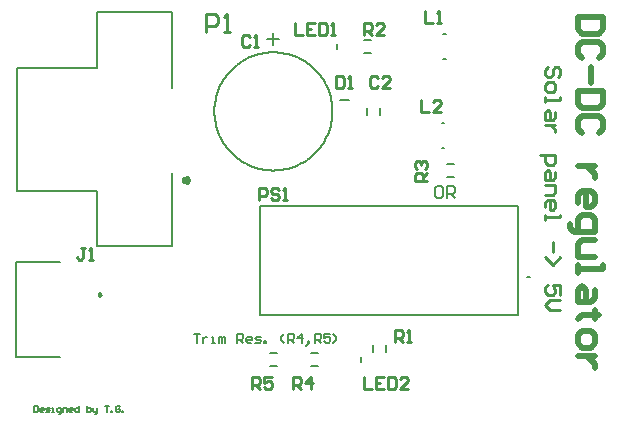
<source format=gto>
G04*
G04 #@! TF.GenerationSoftware,Altium Limited,Altium Designer,21.7.1 (17)*
G04*
G04 Layer_Color=65535*
%FSLAX25Y25*%
%MOIN*%
G70*
G04*
G04 #@! TF.SameCoordinates,6A9AB2AD-3E5E-4466-BBF7-A39550D9A4E3*
G04*
G04*
G04 #@! TF.FilePolarity,Positive*
G04*
G01*
G75*
%ADD10C,0.00787*%
%ADD11C,0.00984*%
%ADD12C,0.01575*%
%ADD13C,0.00500*%
%ADD14C,0.00591*%
%ADD15C,0.00700*%
%ADD16C,0.01000*%
%ADD17C,0.01968*%
D10*
X167717Y47244D02*
X166929D01*
X167717D01*
X101969Y102362D02*
X101943Y103359D01*
X101867Y104354D01*
X101742Y105343D01*
X101566Y106325D01*
X101340Y107296D01*
X101066Y108255D01*
X100743Y109199D01*
X100373Y110125D01*
X99957Y111031D01*
X99495Y111915D01*
X98989Y112775D01*
X98440Y113608D01*
X97850Y114411D01*
X97220Y115184D01*
X96551Y115925D01*
X95846Y116630D01*
X95106Y117298D01*
X94333Y117929D01*
X93529Y118519D01*
X92696Y119068D01*
X91837Y119574D01*
X90953Y120036D01*
X90046Y120452D01*
X89120Y120822D01*
X88176Y121144D01*
X87218Y121419D01*
X86246Y121644D01*
X85264Y121820D01*
X84275Y121946D01*
X83280Y122022D01*
X82284Y122047D01*
X81286Y122022D01*
X80292Y121946D01*
X79303Y121820D01*
X78321Y121644D01*
X77349Y121419D01*
X76390Y121144D01*
X75447Y120822D01*
X74520Y120452D01*
X73614Y120036D01*
X72730Y119574D01*
X71871Y119068D01*
X71038Y118519D01*
X70234Y117929D01*
X69461Y117298D01*
X68721Y116630D01*
X68016Y115925D01*
X67347Y115184D01*
X66717Y114411D01*
X66127Y113608D01*
X65578Y112775D01*
X65072Y111915D01*
X64610Y111031D01*
X64194Y110125D01*
X63824Y109199D01*
X63501Y108255D01*
X63227Y107296D01*
X63001Y106325D01*
X62825Y105343D01*
X62699Y104354D01*
X62624Y103359D01*
X62598Y102362D01*
X62624Y101365D01*
X62699Y100371D01*
X62825Y99381D01*
X63001Y98400D01*
X63227Y97428D01*
X63501Y96469D01*
X63824Y95525D01*
X64194Y94599D01*
X64610Y93693D01*
X65072Y92809D01*
X65578Y91949D01*
X66127Y91117D01*
X66717Y90313D01*
X67347Y89540D01*
X68016Y88800D01*
X68721Y88095D01*
X69461Y87426D01*
X70234Y86796D01*
X71038Y86205D01*
X71871Y85657D01*
X72730Y85151D01*
X73614Y84689D01*
X74521Y84272D01*
X75447Y83903D01*
X76390Y83580D01*
X77349Y83306D01*
X78321Y83080D01*
X79303Y82904D01*
X80292Y82778D01*
X81287Y82702D01*
X82284Y82677D01*
X83281Y82702D01*
X84275Y82778D01*
X85264Y82904D01*
X86246Y83080D01*
X87218Y83306D01*
X88177Y83580D01*
X89120Y83903D01*
X90046Y84272D01*
X90953Y84689D01*
X91837Y85151D01*
X92696Y85657D01*
X93529Y86206D01*
X94333Y86796D01*
X95106Y87426D01*
X95846Y88095D01*
X96551Y88800D01*
X97220Y89540D01*
X97850Y90313D01*
X98440Y91117D01*
X98989Y91950D01*
X99495Y92809D01*
X99957Y93693D01*
X100373Y94599D01*
X100743Y95526D01*
X101066Y96469D01*
X101340Y97428D01*
X101566Y98400D01*
X101742Y99381D01*
X101867Y100371D01*
X101943Y101365D01*
X101969Y102362D01*
X-3524Y52047D02*
X11319D01*
X-3524D02*
X4873D01*
X-3524Y20394D02*
Y52047D01*
Y20394D02*
X11319D01*
X23425Y57480D02*
X48425D01*
X23425Y135433D02*
X48425D01*
X23425Y57480D02*
Y75984D01*
Y116929D02*
Y135433D01*
X-3150Y75984D02*
X23425D01*
X-3150Y116929D02*
X23425D01*
X-3150Y75984D02*
Y116929D01*
X48425Y110039D02*
Y135433D01*
Y57480D02*
Y81693D01*
X138976Y119843D02*
X139764D01*
X138976Y128189D02*
X139764D01*
X138386Y90315D02*
X139173D01*
X138386Y98661D02*
X139173D01*
X136221Y76954D02*
X136887Y77621D01*
X138220D01*
X138886Y76954D01*
Y74288D01*
X138220Y73622D01*
X136887D01*
X136221Y74288D01*
Y76954D01*
X140219Y73622D02*
Y77621D01*
X142218D01*
X142885Y76954D01*
Y75621D01*
X142218Y74955D01*
X140219D01*
X141552D02*
X142885Y73622D01*
D11*
X24803Y41339D02*
X24065Y41765D01*
Y40912D01*
X24803Y41339D01*
D12*
X53937Y79528D02*
X53393Y80276D01*
X52513Y79990D01*
Y79065D01*
X53393Y78779D01*
X53937Y79528D01*
D13*
X163779Y34646D02*
Y70866D01*
X77953D02*
X163779D01*
X77953Y34646D02*
Y70866D01*
Y34646D02*
X163779D01*
X2468Y4150D02*
Y2151D01*
X3468D01*
X3801Y2484D01*
Y3817D01*
X3468Y4150D01*
X2468D01*
X5468Y2151D02*
X4801D01*
X4468Y2484D01*
Y3150D01*
X4801Y3484D01*
X5468D01*
X5801Y3150D01*
Y2817D01*
X4468D01*
X6467Y2151D02*
X7467D01*
X7800Y2484D01*
X7467Y2817D01*
X6800D01*
X6467Y3150D01*
X6800Y3484D01*
X7800D01*
X8467Y2151D02*
X9133D01*
X8800D01*
Y3484D01*
X8467D01*
X10799Y1484D02*
X11132D01*
X11466Y1818D01*
Y3484D01*
X10466D01*
X10133Y3150D01*
Y2484D01*
X10466Y2151D01*
X11466D01*
X12132D02*
Y3484D01*
X13132D01*
X13465Y3150D01*
Y2151D01*
X15131D02*
X14465D01*
X14131Y2484D01*
Y3150D01*
X14465Y3484D01*
X15131D01*
X15464Y3150D01*
Y2817D01*
X14131D01*
X17464Y4150D02*
Y2151D01*
X16464D01*
X16131Y2484D01*
Y3150D01*
X16464Y3484D01*
X17464D01*
X20129Y4150D02*
Y2151D01*
X21129D01*
X21462Y2484D01*
Y2817D01*
Y3150D01*
X21129Y3484D01*
X20129D01*
X22129D02*
Y2484D01*
X22462Y2151D01*
X23462D01*
Y1818D01*
X23129Y1484D01*
X22795D01*
X23462Y2151D02*
Y3484D01*
X26127Y4150D02*
X27460D01*
X26794D01*
Y2151D01*
X28127D02*
Y2484D01*
X28460D01*
Y2151D01*
X28127D01*
X31126Y3817D02*
X30793Y4150D01*
X30126D01*
X29793Y3817D01*
Y2484D01*
X30126Y2151D01*
X30793D01*
X31126Y2484D01*
Y3150D01*
X30459D01*
X31792Y2151D02*
Y2484D01*
X32125D01*
Y2151D01*
X31792D01*
D14*
X140157Y84842D02*
X142520D01*
X140157Y80512D02*
X142520D01*
X112598Y121850D02*
X114961D01*
X112598Y126181D02*
X114961D01*
X94882Y17520D02*
X97244D01*
X94882Y21850D02*
X97244D01*
X81102D02*
X83465D01*
X81102Y17520D02*
X83465D01*
X119882Y22047D02*
Y24409D01*
X115551Y22047D02*
Y24409D01*
X111417Y18898D02*
Y20472D01*
X103543Y123228D02*
Y124803D01*
X117913Y101181D02*
Y103543D01*
X113583Y101181D02*
Y103543D01*
X104331Y106102D02*
X107480D01*
X82235Y128362D02*
Y124426D01*
X84203Y126394D02*
X80267D01*
D15*
X55818Y28321D02*
X57818D01*
X56818D01*
Y25322D01*
X58817Y27321D02*
Y25322D01*
Y26321D01*
X59317Y26821D01*
X59817Y27321D01*
X60317D01*
X61816Y25322D02*
X62816D01*
X62316D01*
Y27321D01*
X61816D01*
X64315Y25322D02*
Y27321D01*
X64815D01*
X65315Y26821D01*
Y25322D01*
Y26821D01*
X65815Y27321D01*
X66315Y26821D01*
Y25322D01*
X70313D02*
Y28321D01*
X71813D01*
X72313Y27821D01*
Y26821D01*
X71813Y26321D01*
X70313D01*
X71313D02*
X72313Y25322D01*
X74812D02*
X73812D01*
X73312Y25822D01*
Y26821D01*
X73812Y27321D01*
X74812D01*
X75312Y26821D01*
Y26321D01*
X73312D01*
X76311Y25322D02*
X77811D01*
X78311Y25822D01*
X77811Y26321D01*
X76811D01*
X76311Y26821D01*
X76811Y27321D01*
X78311D01*
X79311Y25322D02*
Y25822D01*
X79810D01*
Y25322D01*
X79311D01*
X85808D02*
X84809Y26321D01*
Y27321D01*
X85808Y28321D01*
X87308Y25322D02*
Y28321D01*
X88807D01*
X89307Y27821D01*
Y26821D01*
X88807Y26321D01*
X87308D01*
X88308D02*
X89307Y25322D01*
X91807D02*
Y28321D01*
X90307Y26821D01*
X92306D01*
X93806Y24822D02*
X94306Y25322D01*
Y25822D01*
X93806D01*
Y25322D01*
X94306D01*
X93806Y24822D01*
X93306Y24322D01*
X96305Y25322D02*
Y28321D01*
X97804D01*
X98304Y27821D01*
Y26821D01*
X97804Y26321D01*
X96305D01*
X97305D02*
X98304Y25322D01*
X101303Y28321D02*
X99304D01*
Y26821D01*
X100304Y27321D01*
X100804D01*
X101303Y26821D01*
Y25822D01*
X100804Y25322D01*
X99804D01*
X99304Y25822D01*
X102303Y25322D02*
X103303Y26321D01*
Y27321D01*
X102303Y28321D01*
D16*
X77618Y72804D02*
Y76802D01*
X79618D01*
X80284Y76136D01*
Y74803D01*
X79618Y74137D01*
X77618D01*
X84283Y76136D02*
X83616Y76802D01*
X82284D01*
X81617Y76136D01*
Y75470D01*
X82284Y74803D01*
X83616D01*
X84283Y74137D01*
Y73470D01*
X83616Y72804D01*
X82284D01*
X81617Y73470D01*
X85616Y72804D02*
X86949D01*
X86282D01*
Y76802D01*
X85616Y76136D01*
X177107Y113778D02*
X177940Y114611D01*
Y116277D01*
X177107Y117110D01*
X176274D01*
X175441Y116277D01*
Y114611D01*
X174608Y113778D01*
X173775D01*
X172942Y114611D01*
Y116277D01*
X173775Y117110D01*
X172942Y111279D02*
Y109613D01*
X173775Y108780D01*
X175441D01*
X176274Y109613D01*
Y111279D01*
X175441Y112112D01*
X173775D01*
X172942Y111279D01*
Y107114D02*
Y105447D01*
Y106280D01*
X177940D01*
Y107114D01*
X176274Y102115D02*
Y100449D01*
X175441Y99616D01*
X172942D01*
Y102115D01*
X173775Y102948D01*
X174608Y102115D01*
Y99616D01*
X176274Y97950D02*
X172942D01*
X174608D01*
X175441Y97117D01*
X176274Y96284D01*
Y95451D01*
X171276Y87953D02*
X176274D01*
Y85454D01*
X175441Y84621D01*
X173775D01*
X172942Y85454D01*
Y87953D01*
X176274Y82122D02*
Y80455D01*
X175441Y79622D01*
X172942D01*
Y82122D01*
X173775Y82955D01*
X174608Y82122D01*
Y79622D01*
X172942Y77956D02*
X176274D01*
Y75457D01*
X175441Y74624D01*
X172942D01*
Y70459D02*
Y72125D01*
X173775Y72958D01*
X175441D01*
X176274Y72125D01*
Y70459D01*
X175441Y69626D01*
X174608D01*
Y72958D01*
X172942Y67959D02*
Y66293D01*
Y67126D01*
X177940D01*
Y67959D01*
X175441Y58796D02*
Y55463D01*
X172942Y53797D02*
X175441Y51298D01*
X177940Y53797D01*
Y41302D02*
Y44634D01*
X175441D01*
X176274Y42968D01*
Y42134D01*
X175441Y41302D01*
X173775D01*
X172942Y42134D01*
Y43801D01*
X173775Y44634D01*
X177940Y39635D02*
X174608D01*
X172942Y37969D01*
X174608Y36303D01*
X177940D01*
X103240Y114204D02*
Y110205D01*
X105239D01*
X105905Y110872D01*
Y113538D01*
X105239Y114204D01*
X103240D01*
X107238Y110205D02*
X108571D01*
X107905D01*
Y114204D01*
X107238Y113538D01*
X75014Y9812D02*
Y13810D01*
X77013D01*
X77680Y13144D01*
Y11811D01*
X77013Y11145D01*
X75014D01*
X76347D02*
X77680Y9812D01*
X81679Y13810D02*
X79013D01*
Y11811D01*
X80346Y12477D01*
X81012D01*
X81679Y11811D01*
Y10478D01*
X81012Y9812D01*
X79679D01*
X79013Y10478D01*
X88794Y9812D02*
Y13810D01*
X90793D01*
X91460Y13144D01*
Y11811D01*
X90793Y11145D01*
X88794D01*
X90127D02*
X91460Y9812D01*
X94792D02*
Y13810D01*
X92792Y11811D01*
X95458D01*
X133495Y79345D02*
X129497D01*
Y81344D01*
X130163Y82011D01*
X131496D01*
X132162Y81344D01*
Y79345D01*
Y80678D02*
X133495Y82011D01*
X130163Y83344D02*
X129497Y84010D01*
Y85343D01*
X130163Y86009D01*
X130830D01*
X131496Y85343D01*
Y84676D01*
Y85343D01*
X132162Y86009D01*
X132829D01*
X133495Y85343D01*
Y84010D01*
X132829Y83344D01*
X112416Y127922D02*
Y131921D01*
X114415D01*
X115082Y131254D01*
Y129921D01*
X114415Y129255D01*
X112416D01*
X113749D02*
X115082Y127922D01*
X119080D02*
X116414D01*
X119080Y130588D01*
Y131254D01*
X118414Y131921D01*
X117081D01*
X116414Y131254D01*
X122925Y25560D02*
Y29558D01*
X124924D01*
X125591Y28892D01*
Y27559D01*
X124924Y26893D01*
X122925D01*
X124258D02*
X125591Y25560D01*
X126924D02*
X128256D01*
X127590D01*
Y29558D01*
X126924Y28892D01*
X59978Y128891D02*
Y134889D01*
X62977D01*
X63976Y133889D01*
Y131890D01*
X62977Y130890D01*
X59978D01*
X65976Y128891D02*
X67975D01*
X66975D01*
Y134889D01*
X65976Y133889D01*
X112354Y13810D02*
Y9812D01*
X115020D01*
X119019Y13810D02*
X116353D01*
Y9812D01*
X119019D01*
X116353Y11811D02*
X117686D01*
X120352Y13810D02*
Y9812D01*
X122351D01*
X123017Y10478D01*
Y13144D01*
X122351Y13810D01*
X120352D01*
X127016Y9812D02*
X124350D01*
X127016Y12477D01*
Y13144D01*
X126350Y13810D01*
X125017D01*
X124350Y13144D01*
X89398Y131921D02*
Y127922D01*
X92064D01*
X96063Y131921D02*
X93397D01*
Y127922D01*
X96063D01*
X93397Y129921D02*
X94730D01*
X97396Y131921D02*
Y127922D01*
X99395D01*
X100062Y128588D01*
Y131254D01*
X99395Y131921D01*
X97396D01*
X101395Y127922D02*
X102727D01*
X102061D01*
Y131921D01*
X101395Y131254D01*
X131510Y106330D02*
Y102331D01*
X134176D01*
X138175D02*
X135509D01*
X138175Y104997D01*
Y105664D01*
X137508Y106330D01*
X136175D01*
X135509Y105664D01*
X132767Y135858D02*
Y131859D01*
X135433D01*
X136766D02*
X138099D01*
X137432D01*
Y135858D01*
X136766Y135191D01*
X19390Y57019D02*
X18057D01*
X18723D01*
Y53687D01*
X18057Y53020D01*
X17390D01*
X16724Y53687D01*
X20723Y53020D02*
X22056D01*
X21389D01*
Y57019D01*
X20723Y56353D01*
X117050Y113538D02*
X116384Y114204D01*
X115051D01*
X114384Y113538D01*
Y110872D01*
X115051Y110205D01*
X116384D01*
X117050Y110872D01*
X121049Y110205D02*
X118383D01*
X121049Y112871D01*
Y113538D01*
X120382Y114204D01*
X119049D01*
X118383Y113538D01*
X74410Y127317D02*
X73743Y127984D01*
X72410D01*
X71744Y127317D01*
Y124651D01*
X72410Y123985D01*
X73743D01*
X74410Y124651D01*
X75742Y123985D02*
X77075D01*
X76409D01*
Y127984D01*
X75742Y127317D01*
D17*
X192122Y133858D02*
X183857D01*
Y129726D01*
X185235Y128348D01*
X190745D01*
X192122Y129726D01*
Y133858D01*
X190745Y120083D02*
X192122Y121461D01*
Y124216D01*
X190745Y125593D01*
X185235D01*
X183857Y124216D01*
Y121461D01*
X185235Y120083D01*
X187990Y117328D02*
Y111818D01*
X192122Y109063D02*
X183857D01*
Y104931D01*
X185235Y103553D01*
X190745D01*
X192122Y104931D01*
Y109063D01*
X190745Y95288D02*
X192122Y96666D01*
Y99421D01*
X190745Y100798D01*
X185235D01*
X183857Y99421D01*
Y96666D01*
X185235Y95288D01*
X189367Y84268D02*
X183857D01*
X186612D01*
X187990Y82890D01*
X189367Y81513D01*
Y80135D01*
X183857Y71870D02*
Y74625D01*
X185235Y76003D01*
X187990D01*
X189367Y74625D01*
Y71870D01*
X187990Y70493D01*
X186612D01*
Y76003D01*
X181102Y64983D02*
Y63605D01*
X182480Y62228D01*
X189367D01*
Y66360D01*
X187990Y67738D01*
X185235D01*
X183857Y66360D01*
Y62228D01*
X189367Y59473D02*
X185235D01*
X183857Y58095D01*
Y53963D01*
X189367D01*
X183857Y51208D02*
Y48453D01*
Y49830D01*
X192122D01*
Y51208D01*
X189367Y42943D02*
Y40188D01*
X187990Y38810D01*
X183857D01*
Y42943D01*
X185235Y44320D01*
X186612Y42943D01*
Y38810D01*
X190745Y34678D02*
X189367D01*
Y36055D01*
Y33300D01*
Y34678D01*
X185235D01*
X183857Y33300D01*
Y27790D02*
Y25035D01*
X185235Y23658D01*
X187990D01*
X189367Y25035D01*
Y27790D01*
X187990Y29168D01*
X185235D01*
X183857Y27790D01*
X189367Y20903D02*
X183857D01*
X186612D01*
X187990Y19525D01*
X189367Y18148D01*
Y16770D01*
M02*

</source>
